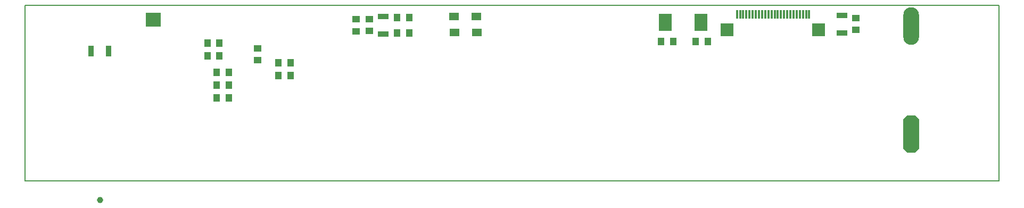
<source format=gtp>
%FSLAX25Y25*%
%MOIN*%
G70*
G01*
G75*
G04 Layer_Color=8421504*
%ADD10C,0.03937*%
%ADD11C,0.03937*%
%ADD12R,0.03937X0.04724*%
%ADD13R,0.07874X0.11024*%
%ADD14R,0.06693X0.03740*%
%ADD15R,0.03740X0.06693*%
%ADD16R,0.05906X0.05118*%
%ADD17R,0.09213X0.08600*%
%ADD18R,0.04724X0.03937*%
G04:AMPARAMS|DCode=19|XSize=98.43mil|YSize=236.22mil|CornerRadius=0mil|HoleSize=0mil|Usage=FLASHONLY|Rotation=0.000|XOffset=0mil|YOffset=0mil|HoleType=Round|Shape=Octagon|*
%AMOCTAGOND19*
4,1,8,-0.02461,0.11811,0.02461,0.11811,0.04921,0.09350,0.04921,-0.09350,0.02461,-0.11811,-0.02461,-0.11811,-0.04921,-0.09350,-0.04921,0.09350,-0.02461,0.11811,0.0*
%
%ADD19OCTAGOND19*%

%ADD20O,0.09843X0.23622*%
%ADD21R,0.07874X0.07874*%
%ADD22R,0.01181X0.05512*%
%ADD23C,0.00800*%
%ADD24C,0.03000*%
%ADD25C,0.04000*%
%ADD26C,0.01000*%
%ADD27C,0.03200*%
%ADD28C,0.01600*%
%ADD29C,0.02000*%
%ADD30C,0.01500*%
%ADD31C,0.00500*%
%ADD32C,0.01969*%
%ADD33C,0.05906*%
%ADD34R,0.05906X0.05906*%
%ADD35C,0.24410*%
%ADD36C,0.20472*%
%ADD37C,0.05000*%
%ADD38O,0.05000X0.04000*%
%ADD39C,0.06299*%
%ADD40C,0.06000*%
%ADD41C,0.04331*%
%ADD42R,0.05118X0.05118*%
%ADD43C,0.05118*%
%ADD44C,0.02400*%
%ADD45C,0.03600*%
%ADD46R,0.11024X0.07874*%
%ADD47O,0.07480X0.02362*%
%ADD48O,0.06102X0.00984*%
%ADD49O,0.00984X0.06102*%
%ADD50R,0.05512X0.03937*%
%ADD51C,0.00787*%
%ADD52C,0.00700*%
%ADD53R,0.01075X0.08000*%
D11*
X47244Y-122047D02*
D03*
D12*
X427756Y-22835D02*
D03*
X420276D02*
D03*
X158900Y-44200D02*
D03*
X166380D02*
D03*
X166440Y-36200D02*
D03*
X158960D02*
D03*
X114420Y-31800D02*
D03*
X121900D02*
D03*
X240715Y-17293D02*
D03*
X233235D02*
D03*
X240715Y-7693D02*
D03*
X233235D02*
D03*
X120260Y-58000D02*
D03*
X127740D02*
D03*
X120260Y-50000D02*
D03*
X127740D02*
D03*
X120260Y-42000D02*
D03*
X127740D02*
D03*
X114320Y-23700D02*
D03*
X121800D02*
D03*
X406102Y-22835D02*
D03*
X398622D02*
D03*
D13*
X401181Y-10630D02*
D03*
X423622D02*
D03*
D14*
X511811Y-17323D02*
D03*
Y-6299D02*
D03*
X224575Y-18005D02*
D03*
Y-6981D02*
D03*
D15*
X41488Y-28900D02*
D03*
X52512D02*
D03*
D16*
X269100Y-17200D02*
D03*
X283100D02*
D03*
X282900Y-7100D02*
D03*
X268900D02*
D03*
D17*
X80362Y-9111D02*
D03*
D18*
X145768Y-34449D02*
D03*
Y-26969D02*
D03*
X207375Y-8853D02*
D03*
Y-16333D02*
D03*
X215975Y-8753D02*
D03*
Y-16233D02*
D03*
X520472Y-15551D02*
D03*
Y-8071D02*
D03*
D19*
X555118Y-80715D02*
D03*
D20*
Y-12999D02*
D03*
D21*
X497202Y-15400D02*
D03*
X439702D02*
D03*
D22*
X487365Y-5800D02*
D03*
X489333D02*
D03*
X491302D02*
D03*
X477522D02*
D03*
X479491D02*
D03*
X481459D02*
D03*
X483428D02*
D03*
X485396D02*
D03*
X467680D02*
D03*
X469648D02*
D03*
X471617D02*
D03*
X473585D02*
D03*
X475554D02*
D03*
X457837D02*
D03*
X459805D02*
D03*
X461774D02*
D03*
X463742D02*
D03*
X465711D02*
D03*
X455868D02*
D03*
X453900D02*
D03*
X451931D02*
D03*
X449963D02*
D03*
X447995D02*
D03*
X446026D02*
D03*
D31*
X0Y0D02*
X610236D01*
Y-110236D02*
Y0D01*
X0Y-110236D02*
X610236D01*
X0D02*
Y0D01*
M02*

</source>
